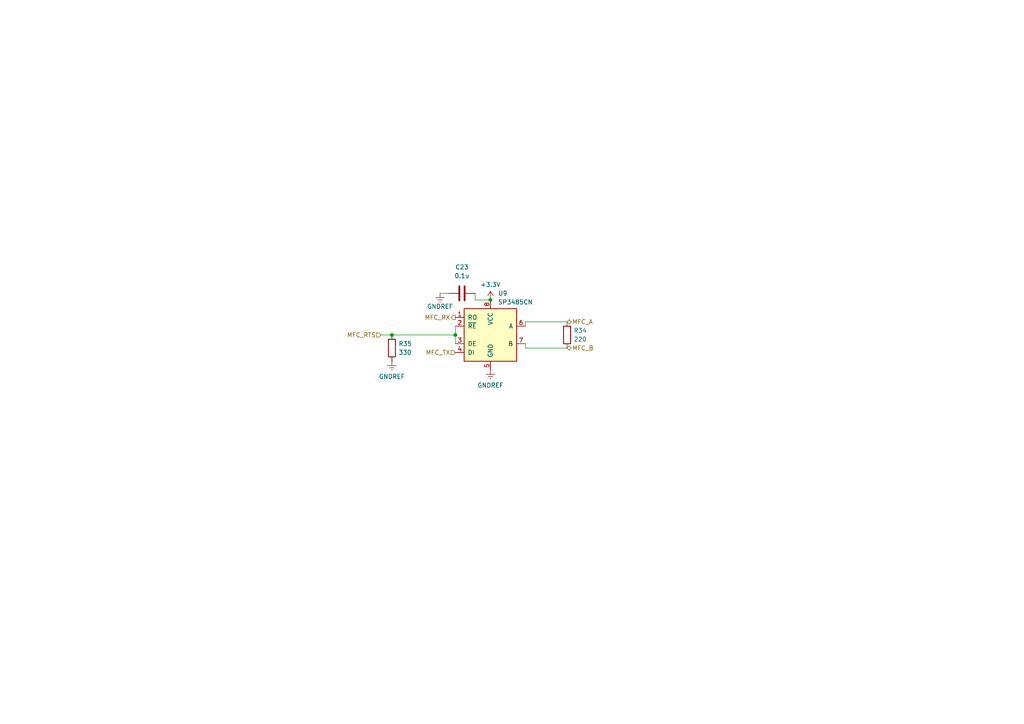
<source format=kicad_sch>
(kicad_sch (version 20230121) (generator eeschema)
  (paper "A4")
  (lib_symbols
    (symbol "Device:C" (pin_numbers hide) (pin_names (offset 0.254))
      (property "Reference" "C" (at 0.635 2.54 0))
      (property "Value" "C" (at 0.635 -2.54 0))
      (symbol "C_0_1"
        (polyline (pts (xy -2.032 -0.762) (xy 2.032 -0.762)) (stroke (width 0.508)))
        (polyline (pts (xy -2.032 0.762) (xy 2.032 0.762)) (stroke (width 0.508)))
      )
      (symbol "C_1_1"
        (pin passive line (at 0 3.81 270) (length 2.794) (name "~") (number "1"))
        (pin passive line (at 0 -3.81 90) (length 2.794) (name "~") (number "2"))
      )
    )
    (symbol "Device:R" (pin_numbers hide) (pin_names (offset 0))
      (property "Reference" "R" (at 2.032 0 90))
      (property "Value" "R" (at 0 0 90))
      (symbol "R_0_1"
        (rectangle (start -1.016 -2.54) (end 1.016 2.54) (stroke (width 0.254)))
      )
      (symbol "R_1_1"
        (pin passive line (at 0 3.81 270) (length 1.27) (name "~") (number "1"))
        (pin passive line (at 0 -3.81 90) (length 1.27) (name "~") (number "2"))
      )
    )
    (symbol "Interface_UART:SP3485CN" (pin_names (offset 1.016))
      (property "Reference" "U" (at -7.62 8.89 0))
      (property "Value" "SP3485CN" (at 2.54 8.89 0))
      (symbol "SP3485CN_0_1"
        (rectangle (start -7.62 7.62) (end 7.62 -7.62) (stroke (width 0.254)) (fill (type background)))
      )
      (symbol "SP3485CN_1_1"
        (pin output line (at -10.16 5.08 0) (length 2.54) (name "RO") (number "1"))
        (pin input line (at -10.16 2.54 0) (length 2.54) (name "~{RE}") (number "2"))
        (pin input line (at -10.16 -2.54 0) (length 2.54) (name "DE") (number "3"))
        (pin input line (at -10.16 -5.08 0) (length 2.54) (name "DI") (number "4"))
        (pin power_in line (at 0 -10.16 90) (length 2.54) (name "GND") (number "5"))
        (pin bidirectional line (at 10.16 2.54 180) (length 2.54) (name "A") (number "6"))
        (pin bidirectional line (at 10.16 -2.54 180) (length 2.54) (name "B") (number "7"))
        (pin power_in line (at 0 10.16 270) (length 2.54) (name "VCC") (number "8"))
      )
    )
    (symbol "power:+3.3V" (power) (pin_names (offset 0))
      (property "Value" "+3.3V" (at 0 3.556 0))
      (symbol "+3.3V_0_1"
        (polyline (pts (xy -0.762 1.27) (xy 0 2.54)))
        (polyline (pts (xy 0 0) (xy 0 2.54)))
        (polyline (pts (xy 0 2.54) (xy 0.762 1.27)))
      )
      (symbol "+3.3V_1_1"
        (pin power_in line (at 0 0 90) (length 0) hide (name "+3.3V") (number "1"))
      )
    )
    (symbol "power:GNDREF" (power) (pin_names (offset 0))
      (property "Value" "GNDREF" (at 0 -3.81 0))
      (symbol "GNDREF_0_1"
        (polyline (pts (xy -0.635 -1.905) (xy 0.635 -1.905)))
        (polyline (pts (xy -0.127 -2.54) (xy 0.127 -2.54)))
        (polyline (pts (xy 0 -1.27) (xy 0 0)))
        (polyline (pts (xy 1.27 -1.27) (xy -1.27 -1.27)))
      )
      (symbol "GNDREF_1_1"
        (pin power_in line (at 0 0 270) (length 0) hide (name "GNDREF") (number "1"))
      )
    )
  )
  (junction (at 142.24 86.995))
  (junction (at 113.665 97.155))
  (junction (at 132.08 97.155))
  (wire (pts (xy 127.635 85.09) (xy 130.175 85.09)))
  (wire (pts (xy 132.08 94.615) (xy 132.08 97.155)))
  (wire (pts (xy 113.665 97.155) (xy 132.08 97.155)))
  (wire (pts (xy 110.49 97.155) (xy 113.665 97.155)))
  (wire (pts (xy 152.4 94.615) (xy 152.4 93.345)))
  (wire (pts (xy 152.4 99.695) (xy 152.4 100.965)))
  (wire (pts (xy 152.4 100.965) (xy 164.465 100.965)))
  (wire (pts (xy 152.4 93.345) (xy 164.465 93.345)))
  (wire (pts (xy 137.795 86.995) (xy 142.24 86.995)))
  (wire (pts (xy 132.08 97.155) (xy 132.08 99.695)))
  (wire (pts (xy 137.795 85.09) (xy 137.795 86.995)))
  (hierarchical_label "MFC_TX" (shape input) (at 132.08 102.235 180))
  (hierarchical_label "MFC_RTS" (shape input) (at 110.49 97.155 180))
  (hierarchical_label "MFC_RX" (shape output) (at 132.08 92.075 180))
  (hierarchical_label "MFC_B" (shape bidirectional) (at 164.465 100.965 0))
  (hierarchical_label "MFC_A" (shape bidirectional) (at 164.465 93.345 0))
  (symbol (lib_id "Device:R") (at 113.665 100.965 0) (unit 1)
    (property "Reference" "R35" (at 115.57 99.695 0) (effects (justify left)))
    (property "Value" "330" (at 115.57 102.235 0) (effects (justify left)))
    (property "Footprint" "NYSEARCH:R_0603_1608Metric" (effects hide))
  )
  (symbol (lib_id "Device:C") (at 133.985 85.09 90) (unit 1)
    (property "Reference" "C23" (at 133.985 77.47 90))
    (property "Value" "0.1u" (at 133.985 80.01 90))
    (property "Footprint" "NYSEARCH:C_0603_1608Metric_HandSolder" (effects hide))
  )
  (symbol (lib_id "Device:R") (at 164.465 97.155 0) (unit 1)
    (property "Reference" "R34" (at 166.37 95.885 0) (effects (justify left)))
    (property "Value" "220" (at 166.37 98.425 0) (effects (justify left)))
    (property "Footprint" "NYSEARCH:R_0603_1608Metric" (effects hide))
  )
  (symbol (lib_id "power:+3.3V") (at 142.24 86.995 0) (unit 1)
    (property "Reference" "#PWR056" (effects hide))
    (property "Value" "+3.3V" (at 142.24 82.55 0))
  )
  (symbol (lib_id "power:GNDREF") (at 113.665 104.775 0) (unit 1)
    (property "Reference" "#PWR059" (effects hide))
    (property "Value" "GNDREF" (at 113.665 109.22 0))
  )
  (symbol (lib_id "power:GNDREF") (at 127.635 85.09 0) (unit 1)
    (property "Reference" "#PWR058" (effects hide))
    (property "Value" "GNDREF" (at 127.635 88.9 0))
  )
  (symbol (lib_id "Interface_UART:SP3485CN") (at 142.24 97.155 0) (unit 1)
    (property "Reference" "U9" (at 144.4341 85.09 0) (effects (justify left)))
    (property "Value" "SP3485CN" (at 144.4341 87.63 0) (effects (justify left)))
    (property "Footprint" "Package_SO:SOIC-8_3.9x4.9mm_P1.27mm" (effects hide))
    (property "Datasheet" "http://www.icbase.com/pdf/SPX/SPX00480106.pdf" (effects hide))
  )
  (symbol (lib_id "power:GNDREF") (at 142.24 107.315 0) (unit 1)
    (property "Reference" "#PWR057" (effects hide))
    (property "Value" "GNDREF" (at 142.24 111.76 0))
  )
)
</source>
